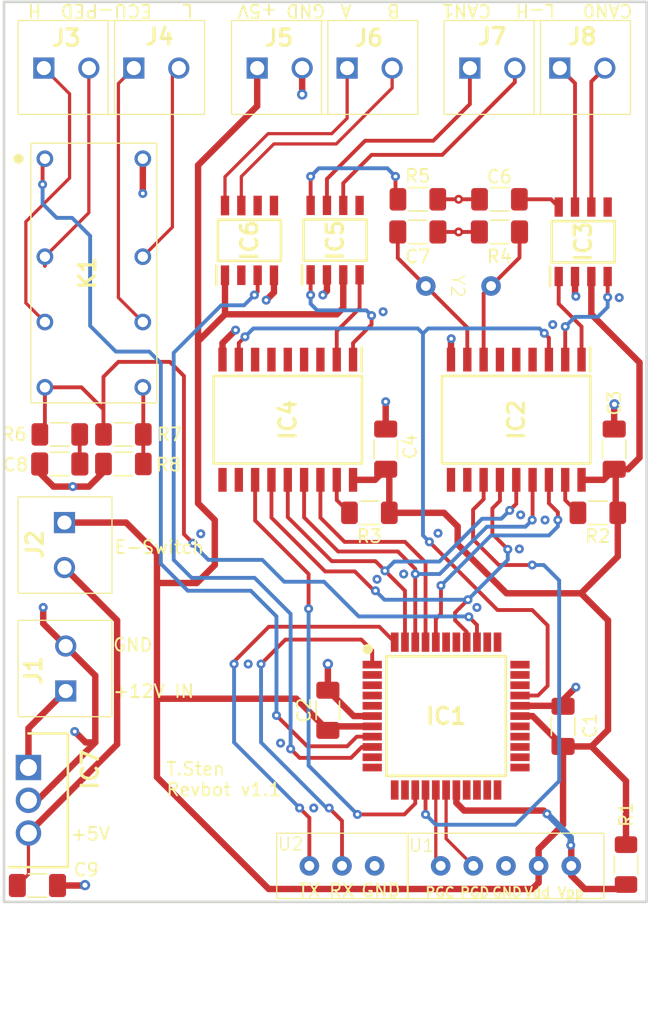
<source format=kicad_pcb>
(kicad_pcb (version 20221018) (generator pcbnew)
  (layers (0 "F.Cu" signal) (1 "In1.Cu" signal) (2 "In2.Cu" signal) (31 "B.Cu" power) (34 "B.Paste" user) (35 "F.Paste" user) (36 "B.SilkS" user "B.Silkscreen") (37 "F.SilkS" user "F.Silkscreen") (38 "B.Mask" user) (39 "F.Mask" user) (44 "Edge.Cuts" user))
  (net 0 "")
  (net 1 "+5V")
  (net 2 "GND")
  (net 3 "Net-(IC2-OSC2)")
  (net 4 "Net-(IC2-OSC1)")
  (net 5 "Net-(IC7-OUTPUT)")
  (net 6 "Net-(IC1-RC7{slash}RX{slash}DT)")
  (net 12 "/CLOCK")
  (net 15 "/INT_CAN1")
  (net 16 "/SCK")
  (net 17 "/MOSI")
  (net 18 "/MISO")
  (net 19 "/CS_CAN1")
  (net 21 "Net-(IC1-RB6{slash}PGC)")
  (net 22 "Net-(IC1-RB7{slash}PGD)")
  (net 23 "Net-(IC1-~{MCLR}{slash}VPP)")
  (net 30 "/RELAY_COIL")
  (net 31 "/SN75179B_D")
  (net 36 "/INT_CAN0")
  (net 43 "Net-(IC1-RC6{slash}TX{slash}CK)")
  (net 44 "Net-(IC2-TXCAN)")
  (net 45 "Net-(IC2-RXCAN)")
  (net 51 "Net-(IC2-~{RESET})")
  (net 53 "Net-(IC3-CANL)")
  (net 54 "/PWM")
  (net 55 "Net-(IC3-CANH)")
  (net 56 "Net-(IC3-RS)")
  (net 57 "/CS_CAN0")
  (net 59 "Net-(IC4-TXCAN)")
  (net 60 "Net-(IC4-RXCAN)")
  (net 66 "Net-(IC4-~{RESET})")
  (net 68 "Net-(IC5-CANL)")
  (net 69 "Net-(IC5-CANH)")
  (net 70 "Net-(IC5-RS)")
  (net 75 "Net-(IC6-B)")
  (net 76 "Net-(IC6-A)")
  (net 77 "Net-(IC7-INPUT)")
  (net 78 "Net-(J4-Pin_1)")
  (net 79 "Net-(J4-Pin_2)")
  (net 80 "Net-(J3-Pin_1)")
  (net 81 "Net-(K1-Pad9)")
  (net 82 "Net-(J3-Pin_2)")
  (net 83 "Net-(C8-Pad1)")
  (footprint "Resistor_SMD:R_1206_3216Metric_Pad1.30x1.75mm_HandSolder" (layer "F.Cu") (at 138.43 70.739 180)
    (fp_text reference "R3")
    (fp_text value "10k")
  )
  (footprint "CAN_revmatch:MCP2551_SOIC" (layer "F.Cu") (at 155.067 49.657 90)
    (fp_text reference "IC3")
    (fp_text value "MCP2551-I_SN" hide)
  )
  (footprint "CAN_revmatch:1888807" (layer "F.Cu") (at 146.25 36.15)
    (fp_text reference "J7")
    (fp_text value "CAN1 terminal" hide)
  )
  (footprint "Capacitor_SMD:C_1206_3216Metric_Pad1.33x1.80mm_HandSolder" (layer "F.Cu") (at 135.2 86.1 90)
    (fp_text reference "C2")
    (fp_text value "100nF")
  )
  (footprint "Resistor_SMD:R_1206_3216Metric_Pad1.30x1.75mm_HandSolder" (layer "F.Cu") (at 114.337418 64.642876)
    (fp_text reference "R6")
    (fp_text value "4.7k")
  )
  (footprint "CAN_revmatch:PIC16F877A-SOIC-44pin" (layer "F.Cu") (at 144.4 86.55)
    (fp_text reference "IC1")
    (fp_text value "PIC16F877A-I_PT" hide)
  )
  (footprint "Capacitor_SMD:C_1206_3216Metric_Pad1.33x1.80mm_HandSolder" (layer "F.Cu") (at 148.5515 48.895 180)
    (fp_text reference "C6")
    (fp_text value "22pF")
  )
  (footprint "CAN_revmatch:1888807" (layer "F.Cu") (at 129.7 36.15)
    (fp_text reference "J5")
    (fp_text value "RPM/GEAR disp. power" hide)
  )
  (footprint "CAN_revmatch:PICKIT_terminal" (layer "F.Cu") (at 154.14 98.2 -90)
    (fp_text reference "U1")
    (fp_text value "Pickit terminal pin header male")
  )
  (footprint "CAN_revmatch:1888807" (layer "F.Cu") (at 136.7 36.15)
    (fp_text reference "J6")
    (fp_text value "RPM/GEAR disp. data" hide)
  )
  (footprint "CAN_revmatch:1888807" (layer "F.Cu") (at 153.25 36.15)
    (fp_text reference "J8")
    (fp_text value "CAN0 terminal" hide)
  )
  (footprint "CAN_revmatch:1888807" (layer "F.Cu") (at 114.7 71.5 -90)
    (fp_text reference "J2")
    (fp_text value "E-Switch" hide)
  )
  (footprint "Resistor_SMD:R_1206_3216Metric_Pad1.30x1.75mm_HandSolder" (layer "F.Cu") (at 142.2015 46.355)
    (fp_text reference "R5")
    (fp_text value "10k")
  )
  (footprint "Resistor_SMD:R_1206_3216Metric_Pad1.30x1.75mm_HandSolder" (layer "F.Cu") (at 148.5515 46.355 180)
    (fp_text reference "R4")
    (fp_text value "10k")
  )
  (footprint "Resistor_SMD:R_1206_3216Metric_Pad1.30x1.75mm_HandSolder" (layer "F.Cu") (at 119.287418 64.642876 180)
    (fp_text reference "R7")
    (fp_text value "4.7k")
  )
  (footprint "CAN_revmatch:L7805CV" (layer "F.Cu") (at 111.9 90.55 -90)
    (fp_text reference "IC7")
    (fp_text value "L7805CV" hide)
  )
  (footprint "Capacitor_SMD:C_1206_3216Metric_Pad1.33x1.80mm_HandSolder" (layer "F.Cu") (at 157.48 65.786 90)
    (fp_text reference "C3")
    (fp_text value "100nF")
  )
  (footprint "CAN_revmatch:1888807" (layer "F.Cu") (at 113.1 36.15)
    (fp_text reference "J3")
    (fp_text value "Throttle_H" hide)
  )
  (footprint "Resistor_SMD:R_1206_3216Metric_Pad1.30x1.75mm_HandSolder" (layer "F.Cu") (at 119.287418 66.942876)
    (fp_text reference "R8")
    (fp_text value "4.7k")
  )
  (footprint "Resistor_SMD:R_1206_3216Metric_Pad1.30x1.75mm_HandSolder" (layer "F.Cu") (at 158.4 98.1 90)
    (fp_text reference "R1")
    (fp_text value "10k")
  )
  (footprint "Capacitor_SMD:C_1206_3216Metric_Pad1.33x1.80mm_HandSolder" (layer "F.Cu") (at 139.7 65.786 90)
    (fp_text reference "C4")
    (fp_text value "100nF")
  )
  (footprint "CAN_revmatch:UART_terminal" (layer "F.Cu") (at 133.76 98.2 90)
    (fp_text reference "U2")
    (fp_text value "UART pin header female")
  )
  (footprint "CAN_revmatch:MCP2551_SOIC" (layer "F.Cu") (at 135.763 49.53 90)
    (fp_text reference "IC5")
    (fp_text value "MCP2551-I_SN" hide)
  )
  (footprint "CAN_revmatch:Transciever_SN75179BDR" (layer "F.Cu") (at 129.1 49.55 90)
    (fp_text reference "IC6")
    (fp_text value "SN75179BDR" hide)
  )
  (footprint "CAN_revmatch:1888807" (layer "F.Cu") (at 120.1 36.15)
    (fp_text reference "J4")
    (fp_text value "Throttle_L" hide)
  )
  (footprint "CAN_revmatch:1888807" (layer "F.Cu") (at 114.8 84.6 90)
    (fp_text reference "J1")
    (fp_text value "Power terminal" hide)
  )
  (footprint "CAN_revmatch:MCP2515_SOIC" (layer "F.Cu") (at 149.86 63.5 -90)
    (fp_text reference "IC2")
    (fp_text value "MCP2515-I_SO" hide)
  )
  (footprint "Capacitor_SMD:C_1206_3216Metric_Pad1.33x1.80mm_HandSolder" (layer "F.Cu") (at 114.337418 66.942876 180)
    (fp_text reference "C8")
    (fp_text value "1uF")
  )
  (footprint "CAN_revmatch:MCP2515_SOIC" (layer "F.Cu") (at 132.08 63.5 -90)
    (fp_text reference "IC4")
    (fp_text value "MCP2515-I_SO" hide)
  )
  (footprint "Capacitor_SMD:C_1206_3216Metric_Pad1.33x1.80mm_HandSolder" (layer "F.Cu") (at 153.5 87.35 90)
    (fp_text reference "C1")
    (fp_text value "100nF")
  )
  (footprint "Capacitor_SMD:C_1206_3216Metric_Pad1.33x1.80mm_HandSolder" (layer "F.Cu") (at 142.2015 48.895)
    (fp_text reference "C7")
    (fp_text value "22pF")
  )
  (footprint "Resistor_SMD:R_1206_3216Metric_Pad1.30x1.75mm_HandSolder" (layer "F.Cu") (at 156.21 70.739 180)
    (fp_text reference "R2")
    (fp_text value "10k")
  )
  (footprint "CAN_revmatch:RY5WK" (layer "F.Cu") (at 113.18 43.2 -90)
    (fp_text reference "K1")
    (fp_text value "RY-5W-K" hide)
  )
  (footprint "Capacitor_SMD:C_1206_3216Metric_Pad1.33x1.80mm_HandSolder" (layer "F.Cu") (at 112.6 99.728305)
    (fp_text reference "C9")
    (fp_text value "10uF")
  )
  (footprint "CAN_revmatch:KIDE" (layer "F.Cu") (at 147.9 53.1 -90)
    (fp_text reference "Y2")
    (fp_text value "8MHz")
  )
  (gr_rect (start 110 31) (end 160 101) (stroke (width 0.2)) (fill none) (layer "Edge.Cuts"))
  (gr_text "Vdd" (at 150.4 100.7) (layer "F.SilkS") (effects (font (size 0.75 0.75)) (justify left bottom)))
  (gr_text "RX" (at 135.2 100.7) (layer "F.SilkS") (effects (font (size 1 1)) (justify left bottom)))
  (gr_text "CAN0" (at 159 31.1 180) (layer "F.SilkS") (effects (font (size 1 1)) (justify left bottom)))
  (gr_text "H" (at 113 31.1 180) (layer "F.SilkS") (effects (font (size 1 1)) (justify left bottom)))
  (gr_text "PGC" (at 142.7 100.7) (layer "F.SilkS") (effects (font (size 0.75 0.75)) (justify left bottom)))
  (gr_text "ECU-PED" (at 121.6 31.1 180) (layer "F.SilkS") (effects (font (size 1 1)) (justify left bottom)))
  (gr_text "L-H" (at 153 31.1 180) (layer "F.SilkS") (effects (font (size 1 1)) (justify left bottom)))
  (gr_text "E-Switch" (at 118.5 74) (layer "F.SilkS") (effects (font (size 1 1)) (justify left bottom)))
  (gr_text "CAN1" (at 148 31.1 180) (layer "F.SilkS") (effects (font (size 1 1)) (justify left bottom)))
  (gr_text "PGD" (at 145.4 100.7) (layer "F.SilkS") (effects (font (size 0.75 0.75)) (justify left bottom)))
  (gr_text "+12V IN" (at 118.4 85.2) (layer "F.SilkS") (effects (font (size 1 1)) (justify left bottom)))
  (gr_text "TX" (at 132.8 100.7) (layer "F.SilkS") (effects (font (size 1 1)) (justify left bottom)))
  (gr_text "B	A" (at 140.9 31.1 180) (layer "F.SilkS") (effects (font (size 1 1)) (justify left bottom)))
  (gr_text "T.Sten\nRevbot v1.1" (at 122.55 92.85) (layer "F.SilkS") (effects (font (size 1 1)) (justify left bottom)))
  (gr_text "GND	+5V" (at 135.1 31.1 180) (layer "F.SilkS") (effects (font (size 1 1)) (justify left bottom)))
  (gr_text "L" (at 124.8 31.1 180) (layer "F.SilkS") (effects (font (size 1 1)) (justify left bottom)))
  (gr_text "GND" (at 147.9 100.7) (layer "F.SilkS") (effects (font (size 0.75 0.75)) (justify left bottom)))
  (gr_text "Vpp" (at 153 100.7) (layer "F.SilkS") (effects (font (size 0.75 0.75)) (justify left bottom)))
  (gr_text "GND" (at 137.7 100.7) (layer "F.SilkS") (effects (font (size 1 1)) (justify left bottom)))
  (gr_text "+5V" (at 115.1 96.3) (layer "F.SilkS") (effects (font (size 1 1)) (justify left bottom)))
  (gr_text "GND" (at 118.4 81.6) (layer "F.SilkS") (effects (font (size 1 1)) (justify left bottom)))
  (segment (start 159.45 59.05) (end 159.45 66.45) (width 0.5) (layer "F.Cu") (net 1))
  (segment (start 136.398 54.802) (end 135.9 55.3) (width 0.5) (layer "F.Cu") (net 1))
  (segment (start 121.9 85.2) (end 121.9 76.2) (width 0.5) (layer "F.Cu") (net 1))
  (segment (start 139.98 70.739) (end 144.239 70.739) (width 0.5) (layer "F.Cu") (net 1))
  (segment (start 125.1 57.4) (end 125.1 43.7) (width 0.5) (layer "F.Cu") (net 1))
  (segment (start 151.6 98.2) (end 151.6 99.5) (width 0.5) (layer "F.Cu") (net 1))
  (segment (start 125.1 57.4) (end 127.2 55.3) (width 0.5) (layer "F.Cu") (net 1))
  (segment (start 158.5515 67.3485) (end 157.48 67.3485) (width 0.5) (layer "F.Cu") (net 1))
  (segment (start 129.7 39.1) (end 129.7 36.15) (width 0.5) (layer "F.Cu") (net 1))
  (segment (start 154.94 68.175) (end 156.6535 68.175) (width 0.5) (layer "F.Cu") (net 1))
  (segment (start 125 76.2) (end 126.4 74.8) (width 0.5) (layer "F.Cu") (net 1))
  (segment (start 153.5 88.9125) (end 151.1375 86.55) (width 0.5) (layer "F.Cu") (net 1))
  (segment (start 119.5 71.5) (end 114.7 71.5) (width 0.5) (layer "F.Cu") (net 1))
  (segment (start 121.9 73.9) (end 119.5 71.5) (width 0.5) (layer "F.Cu") (net 1))
  (segment (start 149.1 77) (end 154.9 77) (width 0.5) (layer "F.Cu") (net 1))
  (segment (start 157.48 67.3485) (end 157.6 67.4685) (width 0.5) (layer "F.Cu") (net 1))
  (segment (start 159.45 66.45) (end 158.5515 67.3485) (width 0.5) (layer "F.Cu") (net 1))
  (segment (start 151.6 96.9) (end 151.6 98.2) (width 0.5) (layer "F.Cu") (net 1))
  (segment (start 125.1 70) (end 125.1 57.4) (width 0.5) (layer "F.Cu") (net 1))
  (segment (start 138.6375 87.3625) (end 138.65 87.35) (width 0.5) (layer "F.Cu") (net 1))
  (segment (start 127.195 55.295) (end 127.195 52.261) (width 0.5) (layer "F.Cu") (net 1))
  (segment (start 132.7375 85.2) (end 121.9 85.2) (width 0.5) (layer "F.Cu") (net 1))
  (segment (start 157.76 67.6285) (end 157.48 67.3485) (width 0.3) (layer "F.Cu") (net 1))
  (segment (start 156.6535 68.175) (end 157.48 67.3485) (width 0.5) (layer "F.Cu") (net 1))
  (segment (start 157 87.625) (end 155.7125 88.9125) (width 0.5) (layer "F.Cu") (net 1))
  (segment (start 138.8735 68.175) (end 139.7 67.3485) (width 0.5) (layer "F.Cu") (net 1))
  (segment (start 151.1375 86.55) (end 150.15 86.55) (width 0.5) (layer "F.Cu") (net 1))
  (segment (start 154.9 77) (end 157.76 74.14) (width 0.5) (layer "F.Cu") (net 1))
  (segment (start 153.5 88.9125) (end 155.7125 88.9125) (width 0.5) (layer "F.Cu") (net 1))
  (segment (start 130.6 100) (end 121.9 91.3) (width 0.5) (layer "F.Cu") (net 1))
  (segment (start 126.4 74.8) (end 126.4 71.3) (width 0.5) (layer "F.Cu") (net 1))
  (segment (start 135.9 55.3) (end 127.2 55.3) (width 0.5) (layer "F.Cu") (net 1))
  (segment (start 157.76 74.14) (end 157.76 70.739) (width 0.5) (layer "F.Cu") (net 1))
  (segment (start 139.98 67.6285) (end 139.7 67.3485) (width 0.5) (layer "F.Cu") (net 1))
  (segment (start 157 79.1) (end 157 87.625) (width 0.5) (layer "F.Cu") (net 1))
  (segment (start 155.702 55.302) (end 159.45 59.05) (width 0.5) (layer "F.Cu") (net 1))
  (segment (start 157.6 70.339) (end 157.48 70.459) (width 0.5) (layer "F.Cu") (net 1))
  (segment (start 151.6 99.5) (end 151.1 100) (width 0.5) (layer "F.Cu") (net 1))
  (segment (start 121.9 91.3) (end 121.9 85.2) (width 0.5) (layer "F.Cu") (net 1))
  (segment (start 126.4 71.3) (end 125.1 70) (width 0.5) (layer "F.Cu") (net 1))
  (segment (start 145.3 71.8) (end 145.3 73.2) (width 0.5) (layer "F.Cu") (net 1))
  (segment (start 151.1 100) (end 130.6 100) (width 0.5) (layer "F.Cu") (net 1))
  (segment (start 145.3 73.2) (end 149.1 77) (width 0.5) (layer "F.Cu") (net 1))
  (segment (start 127.2 55.3) (end 127.195 55.295) (width 0.5) (layer "F.Cu") (net 1))
  (segment (start 121.9 76.2) (end 125 76.2) (width 0.5) (layer "F.Cu") (net 1))
  (segment (start 153.5 88.9125) (end 153.5 95) (width 0.5) (layer "F.Cu") (net 1))
  (segment (start 136.398 52.23) (end 136.398 54.802) (width 0.5) (layer "F.Cu") (net 1))
  (segment (start 153.5 95) (end 151.6 96.9) (width 0.5) (layer "F.Cu") (net 1))
  (segment (start 137.16 68.175) (end 138.8735 68.175) (width 0.5) (layer "F.Cu") (net 1))
  (segment (start 139.98 70.739) (end 139.98 67.6285) (width 0.5) (layer "F.Cu") (net 1))
  (segment (start 121.9 76.2) (end 121.9 73.9) (width 0.5) (layer "F.Cu") (net 1))
  (segment (start 144.239 70.739) (end 145.3 71.8) (width 0.5) (layer "F.Cu") (net 1))
  (segment (start 135.2 87.6625) (end 135.5125 87.35) (width 0.5) (layer "F.Cu") (net 1))
  (segment (start 155.7125 88.9125) (end 158.4 91.6) (width 0.5) (layer "F.Cu") (net 1))
  (segment (start 138.575 87.275) (end 138.65 87.35) (width 0.25) (layer "F.Cu") (net 1))
  (segment (start 155.702 52.357) (end 155.702 55.302) (width 0.5) (layer "F.Cu") (net 1))
  (segment (start 125.1 43.7) (end 129.7 39.1) (width 0.5) (layer "F.Cu") (net 1))
  (segment (start 157.48 70.459) (end 157.76 70.739) (width 0.3) (layer "F.Cu") (net 1))
  (segment (start 157.6 67.4685) (end 157.6 70.339) (width 0.5) (layer "F.Cu") (net 1))
  (segment (start 135.5125 87.35) (end 138.65 87.35) (width 0.5) (layer "F.Cu") (net 1))
  (segment (start 135.2 87.6625) (end 132.7375 85.2) (width 0.5) (layer "F.Cu") (net 1))
  (segment (start 158.4 91.6) (end 158.4 96.55) (width 0.5) (layer "F.Cu") (net 1))
  (segment (start 154.9 77) (end 157 79.1) (width 0.5) (layer "F.Cu") (net 1))
  (segment (start 147.0015 46.355) (end 145.3765 46.355) (width 0.3) (layer "F.Cu") (net 2))
  (segment (start 113.85 68.7) (end 112.774918 67.624918) (width 0.5) (layer "F.Cu") (net 2))
  (segment (start 114.8 81.1) (end 113.05 79.35) (width 0.5) (layer "F.Cu") (net 2))
  (segment (start 135.2 84.5375) (end 135.2 82.5) (width 0.5) (layer "F.Cu") (net 2))
  (segment (start 117.1 83.4) (end 114.8 81.1) (width 0.5) (layer "F.Cu") (net 2))
  (segment (start 137.2125 86.55) (end 135.2 84.5375) (width 0.5) (layer "F.Cu") (net 2))
  (segment (start 153.5 85.7875) (end 153.5 85.3) (width 0.5) (layer "F.Cu") (net 2))
  (segment (start 144.78 57.22) (end 144.8 57.2) (width 0.5) (layer "F.Cu") (net 2))
  (segment (start 138.65 86.55) (end 137.2125 86.55) (width 0.5) (layer "F.Cu") (net 2))
  (segment (start 114.1625 99.728305) (end 116.271695 99.728305) (width 0.5) (layer "F.Cu") (net 2))
  (segment (start 131.005 53.595) (end 131.005 52.261) (width 0.5) (layer "F.Cu") (net 2))
  (segment (start 112.6 93.1) (end 117.1 88.6) (width 0.5) (layer "F.Cu") (net 2))
  (segment (start 113.05 79.35) (end 113.05 78.1) (width 0.5) (layer "F.Cu") (net 2))
  (segment (start 157.48 64.2235) (end 157.48 62.32) (width 0.5) (layer "F.Cu") (net 2))
  (segment (start 117.1 88.6) (end 117.1 83.4) (width 0.5) (layer "F.Cu") (net 2))
  (segment (start 133.2 36.15) (end 133.2 38.2) (width 0.5) (layer "F.Cu") (net 2))
  (segment (start 120.8 43.2) (end 120.8 45.9) (width 0.5) (layer "F.Cu") (net 2))
  (segment (start 144.78 58.825) (end 144.78 57.22) (width 0.5) (layer "F.Cu") (net 2))
  (segment (start 139.7 64.2235) (end 139.7 62.1) (width 0.5) (layer "F.Cu") (net 2))
  (segment (start 153.5 85.3) (end 154.5 84.3) (width 0.5) (layer "F.Cu") (net 2))
  (segment (start 116.35 88.6) (end 115.5 87.75) (width 0.5) (layer "F.Cu") (net 2))
  (segment (start 134.808003 53.8) (end 135.128 53.480003) (width 0.5) (layer "F.Cu") (net 2))
  (segment (start 117.1 88.6) (end 116.35 88.6) (width 0.5) (layer "F.Cu") (net 2))
  (segment (start 117.737418 67.562582) (end 117.737418 66.942876) (width 0.5) (layer "F.Cu") (net 2))
  (segment (start 135.128 53.480003) (end 135.128 52.23) (width 0.5) (layer "F.Cu") (net 2))
  (segment (start 153.4625 85.75) (end 153.5 85.7875) (width 0.25) (layer "F.Cu") (net 2))
  (segment (start 115.35 68.7) (end 113.85 68.7) (width 0.5) (layer "F.Cu") (net 2))
  (segment (start 150.15 85.75) (end 153.4625 85.75) (width 0.5) (layer "F.Cu") (net 2))
  (segment (start 116.271695 99.728305) (end 116.3 99.7) (width 0.5) (layer "F.Cu") (net 2))
  (segment (start 146.989 48.895) (end 143.764 48.895) (width 0.3) (layer "F.Cu") (net 2))
  (segment (start 116.6 68.7) (end 117.737418 67.562582) (width 0.5) (layer "F.Cu") (net 2))
  (segment (start 154.432 53.832) (end 154.432 52.357) (width 0.5) (layer "F.Cu") (net 2))
  (segment (start 154.5 53.9) (end 154.432 53.832) (width 0.5) (layer "F.Cu") (net 2))
  (segment (start 157.48 62.32) (end 157.5 62.3) (width 0.5) (layer "F.Cu") (net 2))
  (segment (start 127 57.544522) (end 128.017638 56.526884) (width 0.5) (layer "F.Cu") (net 2))
  (segment (start 111.9 93.1) (end 112.6 93.1) (width 0.5) (layer "F.Cu") (net 2))
  (segment (start 112.774918 67.624918) (end 112.774918 66.942876) (width 0.5) (layer "F.Cu") (net 2))
  (segment (start 127 58.825) (end 127 57.544522) (width 0.5) (layer "F.Cu") (net 2))
  (segment (start 115.35 68.7) (end 116.6 68.7) (width 0.5) (layer "F.Cu") (net 2))
  (segment (start 143.7515 46.355) (end 145.3765 46.355) (width 0.3) (layer "F.Cu") (net 2))
  (segment (start 130.4 54.2) (end 131.005 53.595) (width 0.5) (layer "F.Cu") (net 2))
  (segment (start 135.4 84.2375) (end 135.4375 84.2375) (width 0.5) (layer "F.Cu") (net 2))
  (via (at 157.5 62.3) (size 0.8) (drill 0.4) (layers "F.Cu" "B.Cu") (net 2))
  (via (at 125.308177 72.370188) (size 0.7) (drill 0.3) (layers "F.Cu" "B.Cu") (net 2))
  (via (at 120.8 45.9) (size 0.7) (drill 0.3) (layers "F.Cu" "B.Cu") (net 2))
  (via (at 115.5 87.75) (size 0.7) (drill 0.3) (layers "F.Cu" "B.Cu") (net 2))
  (via blind (at 145.3765 48.895) (size 0.7) (drill 0.3) (layers "F.Cu" "In1.Cu") (net 2))
  (via (at 146.8 78.1) (size 0.7) (drill 0.3) (layers "F.Cu" "B.Cu") (net 2))
  (via (at 157.871472 54.005888) (size 0.7) (drill 0.3) (layers "F.Cu" "B.Cu") (net 2))
  (via (at 116.3 99.7) (size 0.8) (drill 0.4) (layers "F.Cu" "B.Cu") (net 2))
  (via (at 152.1 71.3) (size 0.7) (drill 0.3) (layers "F.Cu" "B.Cu") (net 2))
  (via (at 154.5 84.3) (size 0.7) (drill 0.3) (layers "F.Cu" "B.Cu") (net 2))
  (via (at 139.5 55.1) (size 0.7) (drill 0.3) (layers "F.Cu" "B.Cu") (net 2))
  (via (at 134.1 93.7) (size 0.7) (drill 0.3) (layers "F.Cu" "B.Cu") (net 2))
  (via (at 139.025317 75.908765) (size 0.7) (drill 0.3) (layers "F.Cu" "B.Cu") (net 2))
  (via (at 113.05 78.1) (size 0.7) (drill 0.3) (layers "F.Cu" "B.Cu") (net 2))
  (via (at 154.5 53.9) (size 0.7) (drill 0.3) (layers "F.Cu" "B.Cu") (net 2))
  (via (at 152.7 56.1) (size 0.7) (drill 0.3) (layers "F.Cu" "B.Cu") (net 2))
  (via (at 130.4 54.2) (size 0.7) (drill 0.3) (layers "F.Cu" "B.Cu") (net 2))
  (via (at 144.8 57.2) (size 0.7) (drill 0.3) (layers "F.Cu" "B.Cu") (net 2))
  (via blind (at 145.3765 46.355) (size 0.7) (drill 0.3) (layers "F.Cu" "In1.Cu") (net 2))
  (via (at 131.518579 88.653474) (size 0.7) (drill 0.3) (layers "F.Cu" "B.Cu") (net 2))
  (via (at 128.017638 56.526884) (size 0.7) (drill 0.3) (layers "F.Cu" "B.Cu") (net 2))
  (via (at 115.35 68.7) (size 0.7) (drill 0.3) (layers "F.Cu" "B.Cu") (net 2))
  (via (at 150.2 70.9) (size 0.7) (drill 0.3) (layers "F.Cu" "B.Cu") (net 2))
  (via (at 139.7 62.1) (size 0.7) (drill 0.3) (layers "F.Cu" "B.Cu") (net 2))
  (via (at 133.2 38.2) (size 0.8) (drill 0.4) (layers "F.Cu" "B.Cu") (net 2))
  (via (at 143.771753 72.328247) (size 0.7) (drill 0.3) (layers "F.Cu" "B.Cu") (net 2))
  (via (at 134.808003 53.8) (size 0.7) (drill 0.3) (layers "F.Cu" "B.Cu") (net 2))
  (via (at 150.1 73.55) (size 0.7) (drill 0.3) (layers "F.Cu" "B.Cu") (net 2))
  (via (at 141.099997 75.5) (size 0.7) (drill 0.3) (layers "F.Cu" "B.Cu") (net 2))
  (via (at 129 82.5) (size 0.7) (drill 0.3) (layers "F.Cu" "B.Cu") (net 2))
  (via (at 135.2 82.5) (size 0.8) (drill 0.4) (layers "F.Cu" "B.Cu") (net 2))
  (segment (start 147.3 58.805) (end 147.32 58.825) (width 0.3) (layer "F.Cu") (net 3))
  (segment (start 147.9 53.1) (end 150.114 50.886) (width 0.3) (layer "F.Cu") (net 3))
  (segment (start 147.32 53.68) (end 147.9 53.1) (width 0.3) (layer "F.Cu") (net 3))
  (segment (start 150.114 50.886) (end 150.114 48.895) (width 0.3) (layer "F.Cu") (net 3))
  (segment (start 147.32 58.825) (end 147.32 53.68) (width 0.3) (layer "F.Cu") (net 3))
  (segment (start 146.05 58.825) (end 146.05 56.33) (width 0.3) (layer "F.Cu") (net 4))
  (segment (start 142.82 53.1) (end 142.8 53.1) (width 0.3) (layer "F.Cu") (net 4))
  (segment (start 142.82 53.1) (end 140.639 50.919) (width 0.3) (layer "F.Cu") (net 4))
  (segment (start 146.05 56.33) (end 142.82 53.1) (width 0.3) (layer "F.Cu") (net 4))
  (segment (start 140.639 50.919) (end 140.639 48.895) (width 0.3) (layer "F.Cu") (net 4))
  (segment (start 118.8 79.1) (end 118.8 88.75) (width 0.5) (layer "F.Cu") (net 5))
  (segment (start 111.9 95.65) (end 111.9 98.865805) (width 0.25) (layer "F.Cu") (net 5))
  (segment (start 111.9 98.865805) (end 111.0375 99.728305) (width 0.25) (layer "F.Cu") (net 5))
  (segment (start 118.8 88.75) (end 111.9 95.65) (width 0.5) (layer "F.Cu") (net 5))
  (segment (start 114.7 75) (end 118.8 79.1) (width 0.5) (layer "F.Cu") (net 5))
  (segment (start 131.9 80.6) (end 130 82.5) (width 0.3) (layer "F.Cu") (net 6))
  (segment (start 136.3 94.7) (end 136.3 98.2) (width 0.3) (layer "F.Cu") (net 6))
  (segment (start 137.8 80.6) (end 131.9 80.6) (width 0.3) (layer "F.Cu") (net 6))
  (segment (start 138.65 82.55) (end 138.65 81.45) (width 0.3) (layer "F.Cu") (net 6))
  (segment (start 135.3 93.7) (end 136.3 94.7) (width 0.3) (layer "F.Cu") (net 6))
  (segment (start 138.65 81.45) (end 137.8 80.6) (width 0.3) (layer "F.Cu") (net 6))
  (via (at 135.3 93.7) (size 0.7) (drill 0.3) (layers "F.Cu" "B.Cu") (net 6))
  (via (at 130 82.5) (size 0.7) (drill 0.3) (layers "F.Cu" "B.Cu") (net 6))
  (segment (start 130 88.6) (end 130 82.5) (width 0.3) (layer "B.Cu") (net 6))
  (segment (start 135.1 93.7) (end 130 88.6) (width 0.3) (layer "B.Cu") (net 6))
  (segment (start 135.3 93.7) (end 135.1 93.7) (width 0.3) (layer "B.Cu") (net 6))
  (segment (start 152.039295 56.772535) (end 152.4 57.13324) (width 0.3) (layer "F.Cu") (net 12))
  (segment (start 148.4 78.3) (end 151.1 78.3) (width 0.3) (layer "F.Cu") (net 12))
  (segment (start 151.55 84.95) (end 150.15 84.95) (width 0.3) (layer "F.Cu") (net 12))
  (segment (start 151.1 78.3) (end 152.3 79.5) (width 0.3) (layer "F.Cu") (net 12))
  (segment (start 128.75 57.05) (end 128.27 57.53) (width 0.3) (layer "F.Cu") (net 12))
  (segment (start 128.27 57.53) (end 128.27 58.825) (width 0.3) (layer "F.Cu") (net 12))
  (segment (start 152.4 57.13324) (end 152.4 58.825) (width 0.3) (layer "F.Cu") (net 12))
  (segment (start 143.1 73) (end 148.4 78.3) (width 0.3) (layer "F.Cu") (net 12))
  (segment (start 152.3 79.5) (end 152.3 84.2) (width 0.3) (layer "F.Cu") (net 12))
  (segment (start 152.3 84.2) (end 151.55 84.95) (width 0.3) (layer "F.Cu") (net 12))
  (via (at 152.039295 56.772535) (size 0.7) (drill 0.3) (layers "F.Cu" "B.Cu") (net 12))
  (via (at 128.75 57.05) (size 0.7) (drill 0.3) (layers "F.Cu" "B.Cu") (net 12))
  (via (at 143.1 73) (size 0.7) (drill 0.3) (layers "F.Cu" "B.Cu") (net 12))
  (segment (start 142.6 56.8) (end 142.6 72.5) (width 0.3) (layer "B.Cu") (net 12))
  (segment (start 143 56.4) (end 142.6 56.8) (width 0.3) (layer "B.Cu") (net 12))
  (segment (start 142.6 72.5) (end 143.1 73) (width 0.3) (layer "B.Cu") (net 12))
  (segment (start 151.66676 56.4) (end 143 56.4) (width 0.3) (layer "B.Cu") (net 12))
  (segment (start 128.75 57.05) (end 129.4 56.4) (width 0.3) (layer "B.Cu") (net 12))
  (segment (start 142.2 56.4) (end 142.6 56.8) (width 0.3) (layer "B.Cu") (net 12))
  (segment (start 129.4 56.4) (end 142.2 56.4) (width 0.3) (layer "B.Cu") (net 12))
  (segment (start 152.039295 56.772535) (end 151.66676 56.4) (width 0.3) (layer "B.Cu") (net 12))
  (segment (start 142 93.35) (end 142 92.3) (width 0.3) (layer "F.Cu") (net 15))
  (segment (start 137.5 94.2) (end 141.15 94.2) (width 0.3) (layer "F.Cu") (net 15))
  (segment (start 129.54 71.34) (end 129.54 68.175) (width 0.3) (layer "F.Cu") (net 15))
  (segment (start 133.7 75.5) (end 129.54 71.34) (width 0.3) (layer "F.Cu") (net 15))
  (segment (start 133.7 75.5) (end 133.7 78.2) (width 0.3) (layer "F.Cu") (net 15))
  (segment (start 141.15 94.2) (end 142 93.35) (width 0.3) (layer "F.Cu") (net 15))
  (via (at 133.7 78.2) (size 0.7) (drill 0.3) (layers "F.Cu" "B.Cu") (net 15))
  (via (at 137.5 94.2) (size 0.7) (drill 0.3) (layers "F.Cu" "B.Cu") (net 15))
  (segment (start 133.7 90.4) (end 137.5 94.2) (width 0.3) (layer "B.Cu") (net 15))
  (segment (start 133.7 78.2) (end 133.7 90.4) (width 0.3) (layer "B.Cu") (net 15))
  (segment (start 148.59 69.81) (end 148.59 68.175) (width 0.3) (layer "F.Cu") (net 16))
  (segment (start 138.9 76.8) (end 138.8 76.8) (width 0.3) (layer "F.Cu") (net 16))
  (segment (start 130.81 71.12) (end 130.81 68.175) (width 0.3) (layer "F.Cu") (net 16))
  (segment (start 146 80) (end 146 80.8) (width 0.3) (layer "F.Cu") (net 16))
  (segment (start 137.3 75.3) (end 134.99 75.3) (width 0.3) (layer "F.Cu") (net 16))
  (segment (start 138.8 76.8) (end 137.3 75.3) (width 0.3) (layer "F.Cu") (net 16))
  (segment (start 145.1 79.1) (end 146 80) (width 0.3) (layer "F.Cu") (net 16))
  (segment (start 148 70.4) (end 148.59 69.81) (width 0.3) (layer "F.Cu") (net 16))
  (segment (start 148 72.380331) (end 148 70.4) (width 0.3) (layer "F.Cu") (net 16))
  (segment (start 134.99 75.3) (end 130.81 71.12) (width 0.3) (layer "F.Cu") (net 16))
  (segment (start 146.1 77.5) (end 145.1 78.5) (width 0.3) (layer "F.Cu") (net 16))
  (segment (start 149.2 73.580331) (end 148 72.380331) (width 0.3) (layer "F.Cu") (net 16))
  (segment (start 145.1 78.5) (end 145.1 79.1) (width 0.3) (layer "F.Cu") (net 16))
  (via (at 149.2 73.580331) (size 0.7) (drill 0.3) (layers "F.Cu" "B.Cu") (net 16))
  (via (at 138.9 76.8) (size 0.7) (drill 0.3) (layers "F.Cu" "B.Cu") (net 16))
  (via (at 146.1 77.5) (size 0.7) (drill 0.3) (layers "F.Cu" "B.Cu") (net 16))
  (segment (start 146.1 77.5) (end 149.2 74.4) (width 0.3) (layer "B.Cu") (net 16))
  (segment (start 139.6 77.5) (end 138.9 76.8) (width 0.3) (layer "B.Cu") (net 16))
  (segment (start 149.2 74.4) (end 149.2 73.580331) (width 0.3) (layer "B.Cu") (net 16))
  (segment (start 146.1 77.5) (end 139.6 77.5) (width 0.3) (layer "B.Cu") (net 16))
  (segment (start 141.2 76.8) (end 138.9 74.5) (width 0.3) (layer "F.Cu") (net 17))
  (segment (start 149.35 70.55) (end 149.86 70.04) (width 0.3) (layer "F.Cu") (net 17))
  (segment (start 149.86 70.04) (end 149.86 68.175) (width 0.3) (layer "F.Cu") (net 17))
  (segment (start 132.08 71.08) (end 132.08 68.175) (width 0.3) (layer "F.Cu") (net 17))
  (segment (start 138.9 74.5) (end 135.5 74.5) (width 0.3) (layer "F.Cu") (net 17))
  (segment (start 135.5 74.5) (end 132.08 71.08) (width 0.3) (layer "F.Cu") (net 17))
  (segment (start 141.2 80.8) (end 141.2 76.8) (width 0.3) (layer "F.Cu") (net 17))
  (via (at 149.35 70.55) (size 0.7) (drill 0.3) (layers "F.Cu" "B.Cu") (net 17))
  (via (at 139.6423 75.253528) (size 0.7) (drill 0.3) (layers "F.Cu" "B.Cu") (net 17))
  (segment (start 139.646472 75.253528) (end 140.369669 74.530331) (width 0.3) (layer "B.Cu") (net 17))
  (segment (start 139.6423 75.253528) (end 139.646472 75.253528) (width 0.3) (layer "B.Cu") (net 17))
  (segment (start 143.869669 74.530331) (end 147.2 71.2) (width 0.3) (layer "B.Cu") (net 17))
  (segment (start 148.7 71.2) (end 149.35 70.55) (width 0.3) (layer "B.Cu") (net 17))
  (segment (start 147.2 71.2) (end 148.7 71.2) (width 0.3) (layer "B.Cu") (net 17))
  (segment (start 140.369669 74.530331) (end 143.869669 74.530331) (width 0.3) (layer "B.Cu") (net 17))
  (segment (start 140.65 73.75) (end 142 75.1) (width 0.3) (layer "F.Cu") (net 18))
  (segment (start 133.35 68.175) (end 133.35 71.1) (width 0.3) (layer "F.Cu") (net 18))
  (segment (start 151.1 71.3) (end 151.13 71.27) (width 0.3) (layer "F.Cu") (net 18))
  (segment (start 136 73.75) (end 140.65 73.75) (width 0.3) (layer "F.Cu") (net 18))
  (segment (start 133.35 71.1) (end 136 73.75) (width 0.3) (layer "F.Cu") (net 18))
  (segment (start 142 75.1) (end 142 80.8) (width 0.3) (layer "F.Cu") (net 18))
  (segment (start 151.13 71.27) (end 151.13 68.175) (width 0.3) (layer "F.Cu") (net 18))
  (via (at 151.1 71.3) (size 0.7) (drill 0.3) (layers "F.Cu" "B.Cu") (net 18))
  (via (at 142 75.5) (size 0.7) (drill 0.3) (layers "F.Cu" "B.Cu") (net 18))
  (segment (start 150.58 71.82) (end 151.1 71.3) (width 0.3) (layer "B.Cu") (net 18))
  (segment (start 142 75.5) (end 143.9 75.5) (width 0.3) (layer "B.Cu") (net 18))
  (segment (start 143.9 75.5) (end 147.58 71.82) (width 0.3) (layer "B.Cu") (net 18))
  (segment (start 147.58 71.82) (end 150.58 71.82) (width 0.3) (layer "B.Cu") (net 18))
  (segment (start 136.5 73) (end 141.2 73) (width 0.3) (layer "F.Cu") (net 19))
  (segment (start 141.2 73) (end 142.8 74.6) (width 0.3) (layer "F.Cu") (net 19))
  (segment (start 134.62 71.12) (end 136.5 73) (width 0.3) (layer "F.Cu") (net 19))
  (segment (start 134.62 68.805) (end 134.62 71.12) (width 0.3) (layer "F.Cu") (net 19))
  (segment (start 134.62 68.805) (end 134.62 68.175) (width 0.25) (layer "F.Cu") (net 19))
  (segment (start 142.8 74.6) (end 142.8 80.8) (width 0.3) (layer "F.Cu") (net 19))
  (segment (start 143.98 98.2) (end 143.6 97.82) (width 0.25) (layer "F.Cu") (net 21))
  (segment (start 143.6 97.82) (end 143.6 92.3) (width 0.25) (layer "F.Cu") (net 21))
  (segment (start 144.4 92.3) (end 144.4 96.08) (width 0.25) (layer "F.Cu") (net 22))
  (segment (start 144.4 96.08) (end 146.52 98.2) (width 0.25) (layer "F.Cu") (net 22))
  (segment (start 152.25 94.15) (end 152 93.9) (width 0.25) (layer "F.Cu") (net 23))
  (segment (start 154.14 96.64) (end 154.14 98.2) (width 0.5) (layer "F.Cu") (net 23))
  (segment (start 152 93.9) (end 145.8 93.9) (width 0.5) (layer "F.Cu") (net 23))
  (segment (start 158.05 100) (end 158.4 99.65) (width 0.5) (layer "F.Cu") (net 23))
  (segment (start 145.8 93.9) (end 145.2 93.3) (width 0.5) (layer "F.Cu") (net 23))
  (segment (start 145.2 93.3) (end 145.2 92.3) (width 0.5) (layer "F.Cu") (net 23))
  (segment (start 155.2 100) (end 158.05 100) (width 0.5) (layer "F.Cu") (net 23))
  (segment (start 154.14 98.2) (end 154.14 98.94) (width 0.5) (layer "F.Cu") (net 23))
  (segment (start 154.14 98.94) (end 155.2 100) (width 0.5) (layer "F.Cu") (net 23))
  (segment (start 154.1 96.6) (end 154.14 96.64) (width 0.25) (layer "F.Cu") (net 23))
  (via (at 154.1 96.6) (size 0.7) (drill 0.3) (layers "F.Cu" "B.Cu") (net 23))
  (via (at 152.25 94.15) (size 0.7) (drill 0.3) (layers "F.Cu" "B.Cu") (net 23))
  (segment (start 154.1 96) (end 154.1 96.6) (width 0.5) (layer "B.Cu") (net 23))
  (segment (start 152.25 94.15) (end 154.1 96) (width 0.5) (layer "B.Cu") (net 23))
  (segment (start 136.7 88.9) (end 137.45 88.15) (width 0.3) (layer "F.Cu") (net 30))
  (segment (start 137.45 88.15) (end 138.65 88.15) (width 0.3) (layer "F.Cu") (net 30))
  (segment (start 113 43.38) (end 113.18 43.2) (width 0.3) (layer "F.Cu") (net 30))
  (segment (start 113 45.2) (end 113 43.38) (width 0.3) (layer "F.Cu") (net 30))
  (segment (start 131.2 86.5) (end 133.6 88.9) (width 0.3) (layer "F.Cu") (net 30))
  (segment (start 133.6 88.9) (end 136.7 88.9) (width 0.3) (layer "F.Cu") (net 30))
  (via (at 113 45.2) (size 0.7) (drill 0.3) (layers "F.Cu" "B.Cu") (net 30))
  (via (at 131.2 86.5) (size 0.7) (drill 0.3) (layers "F.Cu" "B.Cu") (net 30))
  (segment (start 116.7 56.2) (end 116.7 49.2) (width 0.3) (layer "B.Cu") (net 30))
  (segment (start 122.2 74.7) (end 122.2 59.1) (width 0.3) (layer "B.Cu") (net 30))
  (segment (start 131.2 86.5) (end 131.2 78.8) (width 0.3) (layer "B.Cu") (net 30))
  (segment (start 122.2 59.1) (end 121.3 58.2) (width 0.3) (layer "B.Cu") (net 30))
  (segment (start 116.7 49.2) (end 115.3 47.8) (width 0.3) (layer "B.Cu") (net 30))
  (segment (start 131.2 78.8) (end 129.2 76.8) (width 0.3) (layer "B.Cu") (net 30))
  (segment (start 129.2 76.8) (end 124.3 76.8) (width 0.3) (layer "B.Cu") (net 30))
  (segment (start 115.3 47.8) (end 114.1 47.8) (width 0.3) (layer "B.Cu") (net 30))
  (segment (start 124.3 76.8) (end 122.2 74.7) (width 0.3) (layer "B.Cu") (net 30))
  (segment (start 113 46.7) (end 113 45.2) (width 0.3) (layer "B.Cu") (net 30))
  (segment (start 114.1 47.8) (end 113 46.7) (width 0.3) (layer "B.Cu") (net 30))
  (segment (start 118.7 58.2) (end 116.7 56.2) (width 0.3) (layer "B.Cu") (net 30))
  (segment (start 121.3 58.2) (end 118.7 58.2) (width 0.3) (layer "B.Cu") (net 30))
  (segment (start 129.735 53.545046) (end 129.735 52.261) (width 0.3) (layer "F.Cu") (net 31))
  (segment (start 133 89.8) (end 137 89.8) (width 0.3) (layer "F.Cu") (net 31))
  (segment (start 137.85 88.95) (end 138.65 88.95) (width 0.3) (layer "F.Cu") (net 31))
  (segment (start 132.3 89.1) (end 133 89.8) (width 0.3) (layer "F.Cu") (net 31))
  (segment (start 129.486186 53.79386) (end 129.735 53.545046) (width 0.3) (layer "F.Cu") (net 31))
  (segment (start 129.735 52.261) (end 129.8 52.326) (width 0.3) (layer "F.Cu") (net 31))
  (segment (start 137 89.8) (end 137.85 88.95) (width 0.3) (layer "F.Cu") (net 31))
  (via (at 132.3 89.1) (size 0.7) (drill 0.3) (layers "F.Cu" "B.Cu") (net 31))
  (via (at 129.486186 53.79386) (size 0.7) (drill 0.3) (layers "F.Cu" "B.Cu") (net 31))
  (segment (start 124.6 75.8) (end 129.5 75.8) (width 0.3) (layer "B.Cu") (net 31))
  (segment (start 132.3 78.6) (end 132.3 89.1) (width 0.3) (layer "B.Cu") (net 31))
  (segment (start 128.680046 54.6) (end 126.9 54.6) (width 0.3) (layer "B.Cu") (net 31))
  (segment (start 126.9 54.6) (end 123.2 58.3) (width 0.3) (layer "B.Cu") (net 31))
  (segment (start 123.2 74.4) (end 124.6 75.8) (width 0.3) (layer "B.Cu") (net 31))
  (segment (start 129.486186 53.79386) (end 128.680046 54.6) (width 0.3) (layer "B.Cu") (net 31))
  (segment (start 129.5 75.8) (end 132.3 78.6) (width 0.3) (layer "B.Cu") (net 31))
  (segment (start 123.2 58.3) (end 123.2 74.4) (width 0.3) (layer "B.Cu") (net 31))
  (segment (start 148.5 74.8) (end 146.5 72.8) (width 0.3) (layer "F.Cu") (net 36))
  (segment (start 151.1 74.8) (end 148.5 74.8) (width 0.3) (layer "F.Cu") (net 36))
  (segment (start 147.32 69.68) (end 147.32 68.175) (width 0.3) (layer "F.Cu") (net 36))
  (segment (start 142.8 94.2) (end 142.8 92.3) (width 0.3) (layer "F.Cu") (net 36))
  (segment (start 146.5 72.8) (end 146.5 70.5) (width 0.3) (layer "F.Cu") (net 36))
  (segment (start 146.5 70.5) (end 147.32 69.68) (width 0.3) (layer "F.Cu") (net 36))
  (via (at 151.1 74.8) (size 0.7) (drill 0.3) (layers "F.Cu" "B.Cu") (net 36))
  (via (at 142.8 94.2) (size 0.7) (drill 0.3) (layers "F.Cu" "B.Cu") (net 36))
  (segment (start 152 74.8) (end 153.2 76) (width 0.3) (layer "B.Cu") (net 36))
  (segment (start 151.1 74.8) (end 152 74.8) (width 0.3) (layer "B.Cu") (net 36))
  (segment (start 149.8 95) (end 143.6 95) (width 0.3) (layer "B.Cu") (net 36))
  (segment (start 153.2 76) (end 153.2 91.6) (width 0.3) (layer "B.Cu") (net 36))
  (segment (start 143.6 95) (end 142.8 94.2) (width 0.3) (layer "B.Cu") (net 36))
  (segment (start 153.2 91.6) (end 149.8 95) (width 0.3) (layer "B.Cu") (net 36))
  (segment (start 127.9 82.5) (end 127.9 82.31005) (width 0.3) (layer "F.Cu") (net 43))
  (segment (start 130.61005 79.6) (end 139.2 79.6) (width 0.3) (layer "F.Cu") (net 43))
  (segment (start 139.2 79.6) (end 140.4 80.8) (width 0.3) (layer "F.Cu") (net 43))
  (segment (start 133.76 94.46) (end 133 93.7) (width 0.3) (layer "F.Cu") (net 43))
  (segment (start 127.9 82.31005) (end 130.61005 79.6) (width 0.3) (layer "F.Cu") (net 43))
  (segment (start 133.76 98.2) (end 133.76 94.46) (width 0.3) (layer "F.Cu") (net 43))
  (via (at 133 93.7) (size 0.7) (drill 0.3) (layers "F.Cu" "B.Cu") (net 43))
  (via (at 127.9 82.5) (size 0.7) (drill 0.3) (layers "F.Cu" "B.Cu") (net 43))
  (segment (start 127.9 88.6) (end 133 93.7) (width 0.3) (layer "B.Cu") (net 43))
  (segment (start 127.9 82.5) (end 127.9 88.6) (width 0.3) (layer "B.Cu") (net 43))
  (segment (start 153.162 54.483) (end 153.162 52.357) (width 0.3) (layer "F.Cu") (net 44))
  (segment (start 154.94 58.825) (end 154.94 56.261) (width 0.3) (layer "F.Cu") (net 44))
  (segment (start 154.94 56.261) (end 153.162 54.483) (width 0.3) (layer "F.Cu") (net 44))
  (segment (start 153.67 58.825) (end 153.67 56.261) (width 0.3) (layer "F.Cu") (net 45))
  (segment (start 156.972 53.975) (end 156.972 52.357) (width 0.3) (layer "F.Cu") (net 45))
  (via (at 153.67 56.261) (size 0.7) (drill 0.3) (layers "F.Cu" "B.Cu") (net 45))
  (via (at 156.972 53.975) (size 0.7) (drill 0.3) (layers "F.Cu" "B.Cu") (net 45))
  (segment (start 156.21 55.499) (end 154.432 55.499) (width 0.3) (layer "B.Cu") (net 45))
  (segment (start 156.972 53.975) (end 156.972 54.737) (width 0.3) (layer "B.Cu") (net 45))
  (segment (start 156.972 54.737) (end 156.21 55.499) (width 0.3) (layer "B.Cu") (net 45))
  (segment (start 154.432 55.499) (end 153.67 56.261) (width 0.3) (layer "B.Cu") (net 45))
  (segment (start 154.66 70.739) (end 153.67 69.749) (width 0.3) (layer "F.Cu") (net 51))
  (segment (start 153.67 69.749) (end 153.67 68.175) (width 0.3) (layer "F.Cu") (net 51))
  (segment (start 155.702 37.198) (end 156.75 36.15) (width 0.3) (layer "F.Cu") (net 53))
  (segment (start 155.702 46.957) (end 155.702 37.198) (width 0.3) (layer "F.Cu") (net 53))
  (segment (start 124.7 73.1) (end 124 72.4) (width 0.3) (layer "F.Cu") (net 54))
  (segment (start 146.169069 78.830456) (end 146.8 79.461387) (width 0.3) (layer "F.Cu") (net 54))
  (segment (start 124 60.1) (end 122.9 59) (width 0.3) (layer "F.Cu") (net 54))
  (segment (start 116.024542 60.98) (end 113.18 60.98) (width 0.3) (layer "F.Cu") (net 54))
  (segment (start 117.737418 60.162582) (end 117.737418 64.642876) (width 0.3) (layer "F.Cu") (net 54))
  (segment (start 118.9 59) (end 117.737418 60.162582) (width 0.3) (layer "F.Cu") (net 54))
  (segment (start 146.8 79.461387) (end 146.8 80.8) (width 0.3) (layer "F.Cu") (net 54))
  (segment (start 124 72.4) (end 124 60.1) (width 0.3) (layer "F.Cu") (net 54))
  (segment (start 117.737418 62.692876) (end 117.737418 64.642876) (width 0.3) (layer "F.Cu") (net 54))
  (segment (start 116.024542 60.98) (end 117.737418 62.692876) (width 0.3) (layer "F.Cu") (net 54))
  (segment (start 113.18 64.250294) (end 112.787418 64.642876) (width 0.3) (layer "F.Cu") (net 54))
  (segment (start 122.9 59) (end 118.9 59) (width 0.3) (layer "F.Cu") (net 54))
  (segment (start 113.18 60.98) (end 113.18 64.250294) (width 0.3) (layer "F.Cu") (net 54))
  (via (at 124.7 73.1) (size 0.7) (drill 0.3) (layers "F.Cu" "B.Cu") (net 54))
  (via (at 146.169069 78.830456) (size 0.7) (drill 0.3) (layers "F.Cu" "B.Cu") (net 54))
  (segment (start 146.169069 78.830456) (end 146.138613 78.8) (width 0.3) (layer "B.Cu") (net 54))
  (segment (start 130.1 74.4) (end 125.9 74.4) (width 0.3) (layer "B.Cu") (net 54))
  (segment (start 146.138613 78.8) (end 137.6 78.8) (width 0.3) (layer "B.Cu") (net 54))
  (segment (start 131.8 76.1) (end 130.1 74.4) (width 0.3) (layer "B.Cu") (net 54))
  (segment (start 124.6 73.1) (end 124.7 73.1) (width 0.3) (layer "B.Cu") (net 54))
  (segment (start 137.6 78.8) (end 134.9 76.1) (width 0.3) (layer "B.Cu") (net 54))
  (segment (start 125.9 74.4) (end 124.6 73.1) (width 0.3) (layer "B.Cu") (net 54))
  (segment (start 134.9 76.1) (end 131.8 76.1) (width 0.3) (layer "B.Cu") (net 54))
  (segment (start 154.432 37.332) (end 153.25 36.15) (width 0.3) (layer "F.Cu") (net 55))
  (segment (start 154.432 46.957) (end 154.432 37.332) (width 0.3) (layer "F.Cu") (net 55))
  (segment (start 150.1015 46.355) (end 152.56 46.355) (width 0.3) (layer "F.Cu") (net 56))
  (segment (start 152.56 46.355) (end 153.162 46.957) (width 0.3) (layer "F.Cu") (net 56))
  (segment (start 144 76.4) (end 144 78.6) (width 0.3) (layer "F.Cu") (net 57))
  (segment (start 153.1 71.3) (end 153.1 70.7) (width 0.3) (layer "F.Cu") (net 57))
  (segment (start 152.4 70) (end 152.4 68.175) (width 0.3) (layer "F.Cu") (net 57))
  (segment (start 143.6 79) (end 143.6 80.8) (width 0.3) (layer "F.Cu") (net 57))
  (segment (start 144 78.6) (end 143.6 79) (width 0.3) (layer "F.Cu") (net 57))
  (segment (start 153.1 70.7) (end 152.4 70) (width 0.3) (layer "F.Cu") (net 57))
  (via (at 153.1 71.3) (size 0.7) (drill 0.3) (layers "F.Cu" "B.Cu") (net 57))
  (via (at 144 76.4) (size 0.7) (drill 0.3) (layers "F.Cu" "B.Cu") (net 57))
  (segment (start 153.1 71.8) (end 152.4 72.5) (width 0.3) (layer "B.Cu") (net 57))
  (segment (start 153.1 71.3) (end 153.1 71.8) (width 0.3) (layer "B.Cu") (net 57))
  (segment (start 152.4 72.5) (end 147.9 72.5) (width 0.3) (layer "B.Cu") (net 57))
  (segment (start 147.9 72.5) (end 144 76.4) (width 0.3) (layer "B.Cu") (net 57))
  (segment (start 137.16 58.825) (end 137.16 57.54) (width 0.3) (layer "F.Cu") (net 59))
  (segment (start 137.16 57.54) (end 138.6 56.1) (width 0.3) (layer "F.Cu") (net 59))
  (segment (start 133.858 53.8) (end 133.858 52.23) (width 0.3) (layer "F.Cu") (net 59))
  (segment (start 138.6 56.1) (end 138.6 55.4) (width 0.3) (layer "F.Cu") (net 59))
  (via (at 133.858 53.8) (size 0.7) (drill 0.3) (layers "F.Cu" "B.Cu") (net 59))
  (via (at 138.6 55.4) (size 0.7) (drill 0.3) (layers "F.Cu" "B.Cu") (net 59))
  (segment (start 138.191 54.991) (end 138.6 55.4) (width 0.3) (layer "B.Cu") (net 59))
  (segment (start 133.858 54.483) (end 134.366 54.991) (width 0.3) (layer "B.Cu") (net 59))
  (segment (start 134.366 54.991) (end 138.191 54.991) (width 0.3) (layer "B.Cu") (net 59))
  (segment (start 133.858 53.8) (end 133.858 54.483) (width 0.3) (layer "B.Cu") (net 59))
  (segment (start 137.668 54.832) (end 137.668 52.23) (width 0.3) (layer "F.Cu") (net 60))
  (segment (start 135.89 58.825) (end 135.89 56.61) (width 0.3) (layer "F.Cu") (net 60))
  (segment (start 135.89 56.61) (end 137.668 54.832) (width 0.3) (layer "F.Cu") (net 60))
  (segment (start 136.88 70.739) (end 135.89 69.749) (width 0.3) (layer "F.Cu") (net 66))
  (segment (start 135.89 69.749) (end 135.89 68.175) (width 0.3) (layer "F.Cu") (net 66))
  (segment (start 138.6 42.9) (end 144.1 42.9) (width 0.3) (layer "F.Cu") (net 68))
  (segment (start 136.398 46.83) (end 136.398 45.102) (width 0.3) (layer "F.Cu") (net 68))
  (segment (start 144.1 42.9) (end 149.75 37.25) (width 0.3) (layer "F.Cu") (net 68))
  (segment (start 149.75 37.25) (end 149.75 36.15) (width 0.3) (layer "F.Cu") (net 68))
  (segment (start 136.398 45.102) (end 138.6 42.9) (width 0.3) (layer "F.Cu") (net 68))
  (segment (start 135.128 46.83) (end 135.128 44.772) (width 0.3) (layer "F.Cu") (net 69))
  (segment (start 146.25 38.95) (end 146.25 36.15) (width 0.3) (layer "F.Cu") (net 69))
  (segment (start 138.1 41.8) (end 143.4 41.8) (width 0.3) (layer "F.Cu") (net 69))
  (segment (start 143.4 41.8) (end 146.25 38.95) (width 0.3) (layer "F.Cu") (net 69))
  (segment (start 135.128 44.772) (end 138.1 41.8) (width 0.3) (layer "F.Cu") (net 69))
  (segment (start 133.858 46.83) (end 133.858 44.577) (width 0.3) (layer "F.Cu") (net 70))
  (segment (start 140.462 44.577) (end 140.462 46.1655) (width 0.3) (layer "F.Cu") (net 70))
  (segment (start 140.462 46.1655) (end 140.6515 46.355) (width 0.3) (layer "F.Cu") (net 70))
  (via (at 140.462 44.577) (size 0.7) (drill 0.3) (layers "F.Cu" "B.Cu") (net 70))
  (via (at 133.858 44.577) (size 0.7) (drill 0.3) (layers "F.Cu" "B.Cu") (net 70))
  (segment (start 139.827 43.942) (end 140.462 44.577) (width 0.3) (layer "B.Cu") (net 70))
  (segment (start 133.858 44.577) (end 134.493 43.942) (width 0.3) (layer "B.Cu") (net 70))
  (segment (start 134.493 43.942) (end 139.827 43.942) (width 0.3) (layer "B.Cu") (net 70))
  (segment (start 131 42.05) (end 135.85 42.05) (width 0.25) (layer "F.Cu") (net 75))
  (segment (start 140.2 37.7) (end 140.2 36.140541) (width 0.25) (layer "F.Cu") (net 75))
  (segment (start 128.465 46.839) (end 128.465 44.585) (width 0.25) (layer "F.Cu") (net 75))
  (segment (start 128.465 44.585) (end 131 42.05) (width 0.25) (layer "F.Cu") (net 75))
  (segment (start 135.85 42.05) (end 140.2 37.7) (width 0.25) (layer "F.Cu") (net 75))
  (segment (start 136.7 40.05) (end 136.7 36.140541) (width 0.25) (layer "F.Cu") (net 76))
  (segment (start 127.195 46.839) (end 127.195 44.605) (width 0.25) (layer "F.Cu") (net 76))
  (segment (start 127.195 44.605) (end 130.55 41.25) (width 0.25) (layer "F.Cu") (net 76))
  (segment (start 130.55 41.25) (end 135.5 41.25) (width 0.25) (layer "F.Cu") (net 76))
  (segment (start 135.5 41.25) (end 136.7 40.05) (width 0.25) (layer "F.Cu") (net 76))
  (segment (start 111.9 87.5) (end 114.8 84.6) (width 0.5) (layer "F.Cu") (net 77))
  (segment (start 111.9 90.55) (end 111.9 87.5) (width 0.5) (layer "F.Cu") (net 77))
  (segment (start 118.9 54) (end 118.9 37.35) (width 0.25) (layer "F.Cu") (net 78))
  (segment (start 120.8 55.9) (end 118.9 54) (width 0.25) (layer "F.Cu") (net 78))
  (segment (start 118.9 37.35) (end 120.1 36.15) (width 0.25) (layer "F.Cu") (net 78))
  (segment (start 123.1 48.52) (end 120.8 50.82) (width 0.25) (layer "F.Cu") (net 79))
  (segment (start 123.6 36.15) (end 123.1 36.65) (width 0.25) (layer "F.Cu") (net 79))
  (segment (start 123.1 36.65) (end 123.1 48.52) (width 0.25) (layer "F.Cu") (net 79))
  (segment (start 111.7 48.1) (end 111.7 54.42) (width 0.25) (layer "F.Cu") (net 80))
  (segment (start 115.1 44.7) (end 111.7 48.1) (width 0.25) (layer "F.Cu") (net 80))
  (segment (start 115.1 38.15) (end 115.1 44.7) (width 0.25) (layer "F.Cu") (net 80))
  (segment (start 111.7 54.42) (end 113.18 55.9) (width 0.25) (layer "F.Cu") (net 80))
  (segment (start 113.1 36.15) (end 115.1 38.15) (width 0.25) (layer "F.Cu") (net 80))
  (segment (start 120.837418 64.642876) (end 120.837418 66.942876) (width 0.3) (layer "F.Cu") (net 81))
  (segment (start 120.837418 61.017418) (end 120.8 60.98) (width 0.3) (layer "F.Cu") (net 81))
  (segment (start 120.837418 64.642876) (end 120.837418 61.017418) (width 0.3) (layer "F.Cu") (net 81))
  (segment (start 116.6 36.15) (end 116.6 47.4) (width 0.25) (layer "F.Cu") (net 82))
  (segment (start 116.6 47.4) (end 113.18 50.82) (width 0.25) (layer "F.Cu") (net 82))
  (segment (start 113.18 50.82) (end 113.18 51.535458) (width 0.3) (layer "F.Cu") (net 82))
  (segment (start 115.887418 66.930376) (end 115.899918 66.942876) (width 0.3) (layer "F.Cu") (net 83))
  (segment (start 115.887418 64.642876) (end 115.887418 66.930376) (width 0.3) (layer "F.Cu") (net 83))
)
</source>
